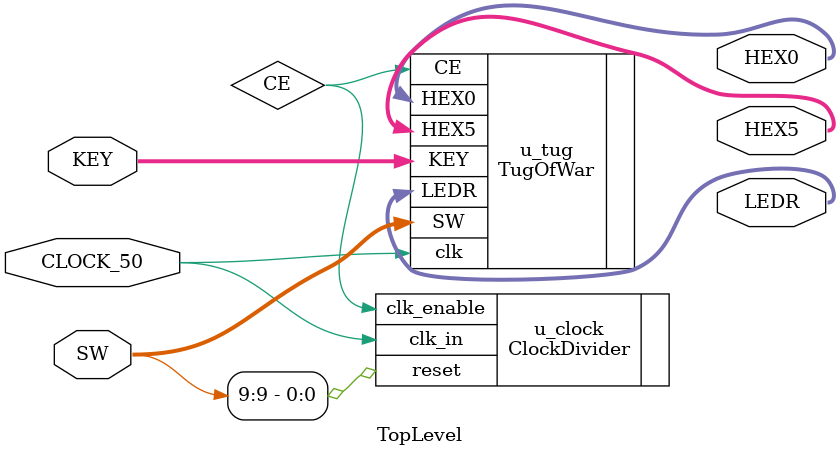
<source format=sv>
`default_nettype  none

module TopLevel (
    input logic CLOCK_50, // 50 MHz clock
    input logic [3:0] KEY, // Keys (KEY[3:0]) Active low
    input logic [9:0] SW, // Switches (SW[9:0
    output logic [9:1] LEDR, // LEDs (LEDR[9:1]
    output logic [6:0] HEX0, HEX5 // 7-segment display
    );

    localparam int unsigned DIV_FACTOR = 19; // 2^DIV_FACTOR num of cycles
    logic CE; // Clock enable

    ClockDivider #(.DIV(DIV_FACTOR)) u_clock (.clk_in(CLOCK_50), .reset(SW[9]), .clk_enable(CE));
    
    TugOfWar u_tug (.SW(SW), .KEY(KEY), .clk(CLOCK_50), .CE(CE), .LEDR(LEDR), .HEX0(HEX0), .HEX5(HEX5));

endmodule // TopLevel






</source>
